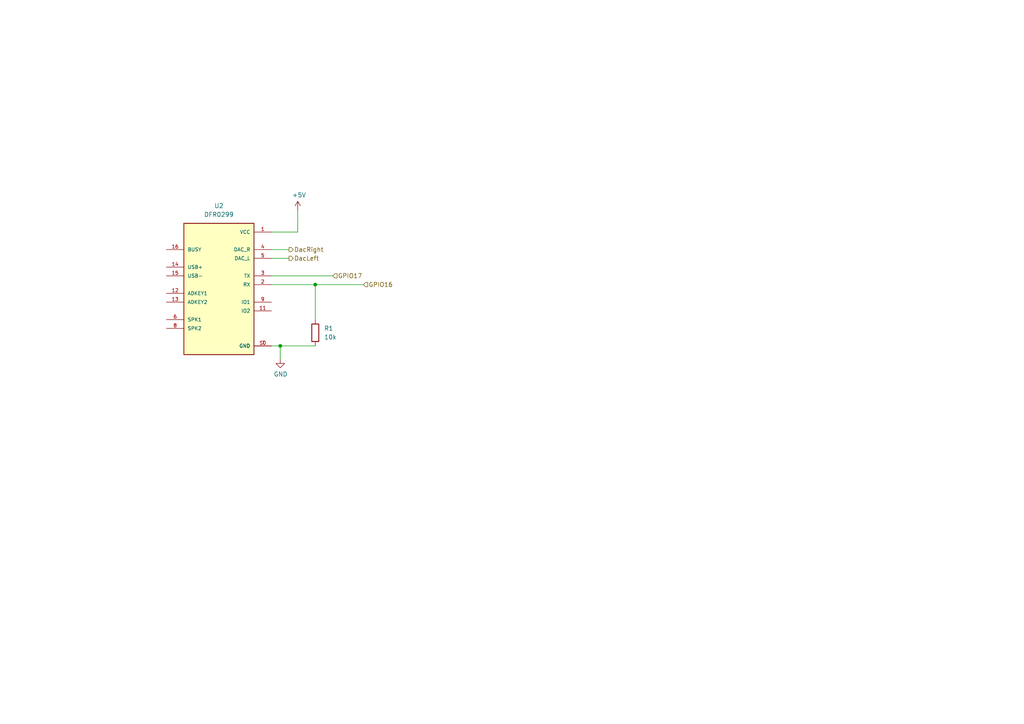
<source format=kicad_sch>
(kicad_sch (version 20230121) (generator eeschema)
  (paper "A4")
  (lib_symbols
    (symbol "DFR0299:DFR0299" (pin_names (offset 1.016))
      (property "Reference" "U" (at -10.16 18.542 0))
      (property "Value" "DFR0299" (at -10.16 -22.86 0))
      (symbol "DFR0299_0_0"
        (rectangle (start -10.16 -20.32) (end 10.16 17.78) (stroke (width 0.254)) (fill (type background)))
        (pin power_in line (at 15.24 15.24 180) (length 5.08) (name "VCC") (number "1"))
        (pin power_in line (at 15.24 -17.78 180) (length 5.08) (name "GND") (number "10"))
        (pin bidirectional line (at 15.24 -7.62 180) (length 5.08) (name "IO2") (number "11"))
        (pin input line (at -15.24 -2.54 0) (length 5.08) (name "ADKEY1") (number "12"))
        (pin input line (at -15.24 -5.08 0) (length 5.08) (name "ADKEY2") (number "13"))
        (pin input line (at -15.24 5.08 0) (length 5.08) (name "USB+") (number "14"))
        (pin input line (at -15.24 2.54 0) (length 5.08) (name "USB-") (number "15"))
        (pin input line (at -15.24 10.16 0) (length 5.08) (name "BUSY") (number "16"))
        (pin input line (at 15.24 0 180) (length 5.08) (name "RX") (number "2"))
        (pin output line (at 15.24 2.54 180) (length 5.08) (name "TX") (number "3"))
        (pin output line (at 15.24 10.16 180) (length 5.08) (name "DAC_R") (number "4"))
        (pin output line (at 15.24 7.62 180) (length 5.08) (name "DAC_L") (number "5"))
        (pin passive line (at -15.24 -10.16 0) (length 5.08) (name "SPK1") (number "6"))
        (pin power_in line (at 15.24 -17.78 180) (length 5.08) (name "GND") (number "7"))
        (pin passive line (at -15.24 -12.7 0) (length 5.08) (name "SPK2") (number "8"))
        (pin bidirectional line (at 15.24 -5.08 180) (length 5.08) (name "IO1") (number "9"))
      )
    )
    (symbol "Device:R" (pin_numbers hide) (pin_names (offset 0))
      (property "Reference" "R" (at 2.032 0 90))
      (property "Value" "R" (at 0 0 90))
      (symbol "R_0_1"
        (rectangle (start -1.016 -2.54) (end 1.016 2.54) (stroke (width 0.254)))
      )
      (symbol "R_1_1"
        (pin passive line (at 0 3.81 270) (length 1.27) (name "~") (number "1"))
        (pin passive line (at 0 -3.81 90) (length 1.27) (name "~") (number "2"))
      )
    )
    (symbol "power:+5V" (power) (pin_names (offset 0))
      (property "Value" "+5V" (at 0 3.556 0))
      (symbol "+5V_0_1"
        (polyline (pts (xy -0.762 1.27) (xy 0 2.54)))
        (polyline (pts (xy 0 0) (xy 0 2.54)))
        (polyline (pts (xy 0 2.54) (xy 0.762 1.27)))
      )
      (symbol "+5V_1_1"
        (pin power_in line (at 0 0 90) (length 0) hide (name "+5V") (number "1"))
      )
    )
    (symbol "power:GND" (power) (pin_names (offset 0))
      (property "Value" "GND" (at 0 -3.81 0))
      (symbol "GND_0_1"
        (polyline (pts (xy 0 0) (xy 0 -1.27) (xy 1.27 -1.27) (xy 0 -2.54) (xy -1.27 -1.27) (xy 0 -1.27)))
      )
      (symbol "GND_1_1"
        (pin power_in line (at 0 0 270) (length 0) hide (name "GND") (number "1"))
      )
    )
  )
  (junction (at 91.44 82.55))
  (junction (at 81.28 100.33))
  (wire (pts (xy 78.74 67.31) (xy 86.36 67.31)))
  (wire (pts (xy 78.74 72.39) (xy 83.82 72.39)))
  (wire (pts (xy 78.74 82.55) (xy 91.44 82.55)))
  (wire (pts (xy 78.74 100.33) (xy 81.28 100.33)))
  (wire (pts (xy 86.36 60.96) (xy 86.36 67.31)))
  (wire (pts (xy 78.74 74.93) (xy 83.82 74.93)))
  (wire (pts (xy 78.74 80.01) (xy 96.52 80.01)))
  (wire (pts (xy 91.44 82.55) (xy 105.41 82.55)))
  (wire (pts (xy 91.44 82.55) (xy 91.44 92.71)))
  (wire (pts (xy 81.28 100.33) (xy 81.28 104.14)))
  (wire (pts (xy 81.28 100.33) (xy 91.44 100.33)))
  (hierarchical_label "GPIO17" (shape input) (at 96.52 80.01 0))
  (hierarchical_label "DacLeft" (shape output) (at 83.82 74.93 0))
  (hierarchical_label "DacRight" (shape output) (at 83.82 72.39 0))
  (hierarchical_label "GPIO16" (shape input) (at 105.41 82.55 0))
  (symbol (lib_id "power:+5V") (at 86.36 60.96 0) (unit 1)
    (property "Reference" "#PWR0114" (effects hide))
    (property "Value" "+5V" (at 86.741 56.5658 0))
  )
  (symbol (lib_id "power:GND") (at 81.28 104.14 0) (unit 1)
    (property "Reference" "#PWR0111" (effects hide))
    (property "Value" "GND" (at 81.407 108.5342 0))
  )
  (symbol (lib_id "DFR0299:DFR0299") (at 63.5 82.55 0) (unit 1)
    (property "Reference" "U2" (at 63.5 59.69 0))
    (property "Value" "DFR0299" (at 63.5 62.23 0))
    (property "Footprint" "MODULE_DFR0299" (effects hide))
    (property "MP" "DFR0299" (effects hide))
    (property "PRICE" "None" (effects hide))
    (property "PACKAGE" "None" (effects hide))
    (property "MF" "DFRobot" (effects hide))
    (property "AVAILABILITY" "Unavailable" (effects hide))
    (property "DESCRIPTION" "Dfplayer - a Mini Mp3 Player" (effects hide))
  )
  (symbol (lib_id "Device:R") (at 91.44 96.52 0) (unit 1)
    (property "Reference" "R1" (at 93.98 95.2499 0) (effects (justify left)))
    (property "Value" "10k" (at 93.98 97.7899 0) (effects (justify left)))
  )
)
</source>
